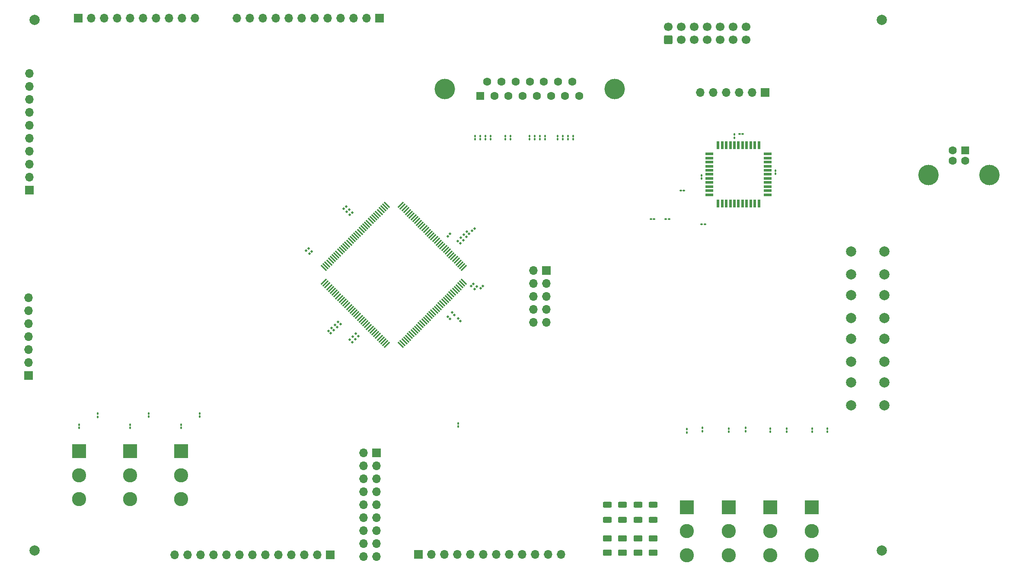
<source format=gbr>
%TF.GenerationSoftware,KiCad,Pcbnew,7.0.1*%
%TF.CreationDate,2023-05-19T12:51:24+02:00*%
%TF.ProjectId,XilinxFPGADevelopmentBoard,58696c69-6e78-4465-9047-41446576656c,rev?*%
%TF.SameCoordinates,Original*%
%TF.FileFunction,Soldermask,Top*%
%TF.FilePolarity,Negative*%
%FSLAX46Y46*%
G04 Gerber Fmt 4.6, Leading zero omitted, Abs format (unit mm)*
G04 Created by KiCad (PCBNEW 7.0.1) date 2023-05-19 12:51:24*
%MOMM*%
%LPD*%
G01*
G04 APERTURE LIST*
G04 Aperture macros list*
%AMRoundRect*
0 Rectangle with rounded corners*
0 $1 Rounding radius*
0 $2 $3 $4 $5 $6 $7 $8 $9 X,Y pos of 4 corners*
0 Add a 4 corners polygon primitive as box body*
4,1,4,$2,$3,$4,$5,$6,$7,$8,$9,$2,$3,0*
0 Add four circle primitives for the rounded corners*
1,1,$1+$1,$2,$3*
1,1,$1+$1,$4,$5*
1,1,$1+$1,$6,$7*
1,1,$1+$1,$8,$9*
0 Add four rect primitives between the rounded corners*
20,1,$1+$1,$2,$3,$4,$5,0*
20,1,$1+$1,$4,$5,$6,$7,0*
20,1,$1+$1,$6,$7,$8,$9,0*
20,1,$1+$1,$8,$9,$2,$3,0*%
G04 Aperture macros list end*
%ADD10RoundRect,0.100000X0.100000X-0.130000X0.100000X0.130000X-0.100000X0.130000X-0.100000X-0.130000X0*%
%ADD11RoundRect,0.100000X-0.021213X-0.162635X0.162635X0.021213X0.021213X0.162635X-0.162635X-0.021213X0*%
%ADD12RoundRect,0.250000X-0.625000X0.312500X-0.625000X-0.312500X0.625000X-0.312500X0.625000X0.312500X0*%
%ADD13C,2.000000*%
%ADD14R,1.700000X1.700000*%
%ADD15O,1.700000X1.700000*%
%ADD16RoundRect,0.100000X0.130000X0.100000X-0.130000X0.100000X-0.130000X-0.100000X0.130000X-0.100000X0*%
%ADD17RoundRect,0.100000X0.162635X-0.021213X-0.021213X0.162635X-0.162635X0.021213X0.021213X-0.162635X0*%
%ADD18RoundRect,0.100000X-0.162635X0.021213X0.021213X-0.162635X0.162635X-0.021213X-0.021213X0.162635X0*%
%ADD19RoundRect,0.100000X-0.130000X-0.100000X0.130000X-0.100000X0.130000X0.100000X-0.130000X0.100000X0*%
%ADD20RoundRect,0.100000X-0.100000X0.130000X-0.100000X-0.130000X0.100000X-0.130000X0.100000X0.130000X0*%
%ADD21R,2.775000X2.775000*%
%ADD22C,2.775000*%
%ADD23C,4.000000*%
%ADD24R,1.600000X1.600000*%
%ADD25C,1.600000*%
%ADD26RoundRect,0.250000X0.625000X-0.375000X0.625000X0.375000X-0.625000X0.375000X-0.625000X-0.375000X0*%
%ADD27RoundRect,0.100000X0.021213X0.162635X-0.162635X-0.021213X-0.021213X-0.162635X0.162635X0.021213X0*%
%ADD28R,1.500000X0.550000*%
%ADD29R,0.550000X1.500000*%
%ADD30RoundRect,0.011200X-0.602879X0.420729X0.420729X-0.602879X0.602879X-0.420729X-0.420729X0.602879X0*%
%ADD31RoundRect,0.011200X-0.420729X-0.602879X0.602879X0.420729X0.420729X0.602879X-0.602879X-0.420729X0*%
%ADD32RoundRect,0.250000X0.600000X-0.600000X0.600000X0.600000X-0.600000X0.600000X-0.600000X-0.600000X0*%
%ADD33C,1.700000*%
G04 APERTURE END LIST*
D10*
%TO.C,RB3*%
X175490000Y-75429669D03*
X175490000Y-74789669D03*
%TD*%
D11*
%TO.C,RZ2*%
X159173726Y-104750000D03*
X159626274Y-104297452D03*
%TD*%
D10*
%TO.C,RB0*%
X177490000Y-75429669D03*
X177490000Y-74789669D03*
%TD*%
%TO.C,RB1*%
X178490000Y-75429669D03*
X178490000Y-74789669D03*
%TD*%
%TO.C,RSYNC2*%
X166240000Y-75429669D03*
X166240000Y-74789669D03*
%TD*%
D12*
%TO.C,R1*%
X185200000Y-147042000D03*
X185200000Y-149967000D03*
%TD*%
D10*
%TO.C,R8*%
X81760000Y-131970000D03*
X81760000Y-131330000D03*
%TD*%
D13*
%TO.C,Button3*%
X239450000Y-110500000D03*
X232950000Y-110500000D03*
X239450000Y-106000000D03*
X232950000Y-106000000D03*
%TD*%
D10*
%TO.C,RR2*%
X160315000Y-75429669D03*
X160315000Y-74789669D03*
%TD*%
D14*
%TO.C,J5*%
X140575000Y-51700000D03*
D15*
X138035000Y-51700000D03*
X135495000Y-51700000D03*
X132955000Y-51700000D03*
X130415000Y-51700000D03*
X127875000Y-51700000D03*
X125335000Y-51700000D03*
X122795000Y-51700000D03*
X120255000Y-51700000D03*
X117715000Y-51700000D03*
X115175000Y-51700000D03*
X112635000Y-51700000D03*
%TD*%
D16*
%TO.C,R19*%
X197290000Y-91060000D03*
X196650000Y-91060000D03*
%TD*%
D17*
%TO.C,C19*%
X131026274Y-113426274D03*
X130573726Y-112973726D03*
%TD*%
D14*
%TO.C,J12*%
X140000000Y-136840000D03*
D15*
X137460000Y-136840000D03*
X140000000Y-139380000D03*
X137460000Y-139380000D03*
X140000000Y-141920000D03*
X137460000Y-141920000D03*
X140000000Y-144460000D03*
X137460000Y-144460000D03*
X140000000Y-147000000D03*
X137460000Y-147000000D03*
X140000000Y-149540000D03*
X137460000Y-149540000D03*
X140000000Y-152080000D03*
X137460000Y-152080000D03*
X140000000Y-154620000D03*
X137460000Y-154620000D03*
X140000000Y-157160000D03*
X137460000Y-157160000D03*
%TD*%
D13*
%TO.C,H1*%
X73000000Y-52000000D03*
%TD*%
D10*
%TO.C,R12*%
X156000000Y-131720000D03*
X156000000Y-131080000D03*
%TD*%
D17*
%TO.C,C5*%
X135816274Y-114586274D03*
X135363726Y-114133726D03*
%TD*%
D11*
%TO.C,C9*%
X158733726Y-93386274D03*
X159186274Y-92933726D03*
%TD*%
D18*
%TO.C,RZ1*%
X157685822Y-93485822D03*
X158138370Y-93938370D03*
%TD*%
D11*
%TO.C,C15*%
X153973726Y-94426274D03*
X154426274Y-93973726D03*
%TD*%
D19*
%TO.C,R11*%
X203680000Y-92100000D03*
X204320000Y-92100000D03*
%TD*%
D13*
%TO.C,H2*%
X239000000Y-52000000D03*
%TD*%
%TO.C,Button2*%
X239450000Y-119050000D03*
X232950000Y-119050000D03*
X239450000Y-114550000D03*
X232950000Y-114550000D03*
%TD*%
%TO.C,H3*%
X73000000Y-156000000D03*
%TD*%
D18*
%TO.C,C2*%
X155929774Y-95374774D03*
X156382322Y-95827322D03*
%TD*%
D10*
%TO.C,RG1*%
X172990000Y-75429669D03*
X172990000Y-74789669D03*
%TD*%
D20*
%TO.C,R28*%
X212322733Y-131970500D03*
X212322733Y-132610500D03*
%TD*%
D21*
%TO.C,SW1*%
X81760000Y-136550000D03*
D22*
X81760000Y-141250000D03*
X81760000Y-145950000D03*
%TD*%
D23*
%TO.C,J2*%
X186660000Y-65545000D03*
X153360000Y-65545000D03*
D24*
X160315000Y-66965000D03*
D25*
X163085000Y-66965000D03*
X165855000Y-66965000D03*
X168625000Y-66965000D03*
X171395000Y-66965000D03*
X174165000Y-66965000D03*
X176935000Y-66965000D03*
X179705000Y-66965000D03*
X161700000Y-64125000D03*
X164470000Y-64125000D03*
X167240000Y-64125000D03*
X170010000Y-64125000D03*
X172780000Y-64125000D03*
X175550000Y-64125000D03*
X178320000Y-64125000D03*
%TD*%
D18*
%TO.C,C18*%
X131826274Y-111826274D03*
X132278822Y-112278822D03*
%TD*%
D21*
%TO.C,SW9*%
X208972733Y-147530000D03*
D22*
X208972733Y-152230000D03*
X208972733Y-156930000D03*
%TD*%
D11*
%TO.C,C10*%
X126829774Y-97870226D03*
X127282322Y-97417678D03*
%TD*%
D10*
%TO.C,RG0*%
X171990000Y-75429669D03*
X171990000Y-74789669D03*
%TD*%
D11*
%TO.C,C12*%
X158523726Y-104226274D03*
X158976274Y-103773726D03*
%TD*%
D18*
%TO.C,RZ3*%
X131200000Y-112400000D03*
X131652548Y-112852548D03*
%TD*%
D20*
%TO.C,R20*%
X228322733Y-132110500D03*
X228322733Y-132750500D03*
%TD*%
D14*
%TO.C,J8*%
X81600000Y-51675000D03*
D15*
X84140000Y-51675000D03*
X86680000Y-51675000D03*
X89220000Y-51675000D03*
X91760000Y-51675000D03*
X94300000Y-51675000D03*
X96840000Y-51675000D03*
X99380000Y-51675000D03*
X101920000Y-51675000D03*
X104460000Y-51675000D03*
%TD*%
D26*
%TO.C,D1*%
X185210000Y-156439500D03*
X185210000Y-153639500D03*
%TD*%
D11*
%TO.C,C7*%
X134773726Y-90226274D03*
X135226274Y-89773726D03*
%TD*%
D14*
%TO.C,J4*%
X216150000Y-66300000D03*
D15*
X213610000Y-66300000D03*
X211070000Y-66300000D03*
X208530000Y-66300000D03*
X205990000Y-66300000D03*
X203450000Y-66300000D03*
%TD*%
D26*
%TO.C,D2*%
X188200000Y-156439500D03*
X188200000Y-153639500D03*
%TD*%
D10*
%TO.C,R27*%
X217122733Y-132750500D03*
X217122733Y-132110500D03*
%TD*%
D14*
%TO.C,J10*%
X173290000Y-101130000D03*
D15*
X170750000Y-101130000D03*
X173290000Y-103670000D03*
X170750000Y-103670000D03*
X173290000Y-106210000D03*
X170750000Y-106210000D03*
X173290000Y-108750000D03*
X170750000Y-108750000D03*
X173290000Y-111290000D03*
X170750000Y-111290000D03*
%TD*%
D14*
%TO.C,J6*%
X71875000Y-121700000D03*
D15*
X71875000Y-119160000D03*
X71875000Y-116620000D03*
X71875000Y-114080000D03*
X71875000Y-111540000D03*
X71875000Y-109000000D03*
X71875000Y-106460000D03*
%TD*%
D27*
%TO.C,C28*%
X134026274Y-88573726D03*
X133573726Y-89026274D03*
%TD*%
D21*
%TO.C,SW8*%
X217122733Y-147530000D03*
D22*
X217122733Y-152230000D03*
X217122733Y-156930000D03*
%TD*%
D14*
%TO.C,J7*%
X72000000Y-85425000D03*
D15*
X72000000Y-82885000D03*
X72000000Y-80345000D03*
X72000000Y-77805000D03*
X72000000Y-75265000D03*
X72000000Y-72725000D03*
X72000000Y-70185000D03*
X72000000Y-67645000D03*
X72000000Y-65105000D03*
X72000000Y-62565000D03*
%TD*%
D28*
%TO.C,U2*%
X216600000Y-86300000D03*
X216600000Y-85500000D03*
X216600000Y-84700000D03*
X216600000Y-83900000D03*
X216600000Y-83100000D03*
X216600000Y-82300000D03*
X216600000Y-81500000D03*
X216600000Y-80700000D03*
X216600000Y-79900000D03*
X216600000Y-79100000D03*
X216600000Y-78300000D03*
D29*
X214900000Y-76600000D03*
X214100000Y-76600000D03*
X213300000Y-76600000D03*
X212500000Y-76600000D03*
X211700000Y-76600000D03*
X210900000Y-76600000D03*
X210100000Y-76600000D03*
X209300000Y-76600000D03*
X208500000Y-76600000D03*
X207700000Y-76600000D03*
X206900000Y-76600000D03*
D28*
X205200000Y-78300000D03*
X205200000Y-79100000D03*
X205200000Y-79900000D03*
X205200000Y-80700000D03*
X205200000Y-81500000D03*
X205200000Y-82300000D03*
X205200000Y-83100000D03*
X205200000Y-83900000D03*
X205200000Y-84700000D03*
X205200000Y-85500000D03*
X205200000Y-86300000D03*
D29*
X206900000Y-88000000D03*
X207700000Y-88000000D03*
X208500000Y-88000000D03*
X209300000Y-88000000D03*
X210100000Y-88000000D03*
X210900000Y-88000000D03*
X211700000Y-88000000D03*
X212500000Y-88000000D03*
X213300000Y-88000000D03*
X214100000Y-88000000D03*
X214900000Y-88000000D03*
%TD*%
D20*
%TO.C,R30*%
X203822733Y-131970500D03*
X203822733Y-132610500D03*
%TD*%
D10*
%TO.C,RR0*%
X162315000Y-75429669D03*
X162315000Y-74789669D03*
%TD*%
D14*
%TO.C,J11*%
X148230000Y-156790000D03*
D15*
X150770000Y-156790000D03*
X153310000Y-156790000D03*
X155850000Y-156790000D03*
X158390000Y-156790000D03*
X160930000Y-156790000D03*
X163470000Y-156790000D03*
X166010000Y-156790000D03*
X168550000Y-156790000D03*
X171090000Y-156790000D03*
X173630000Y-156790000D03*
X176170000Y-156790000D03*
%TD*%
D17*
%TO.C,C4*%
X156426274Y-111026274D03*
X155973726Y-110573726D03*
%TD*%
D18*
%TO.C,C11*%
X156529774Y-94729774D03*
X156982322Y-95182322D03*
%TD*%
D10*
%TO.C,R25*%
X225322733Y-132750500D03*
X225322733Y-132110500D03*
%TD*%
D26*
%TO.C,D3*%
X191250000Y-156439500D03*
X191250000Y-153639500D03*
%TD*%
D18*
%TO.C,C3*%
X154773726Y-109373726D03*
X155226274Y-109826274D03*
%TD*%
D20*
%TO.C,R26*%
X220322733Y-132110500D03*
X220322733Y-132750500D03*
%TD*%
D21*
%TO.C,SW7*%
X225272733Y-147530000D03*
D22*
X225272733Y-152230000D03*
X225272733Y-156930000D03*
%TD*%
D13*
%TO.C,H4*%
X239000000Y-156000000D03*
%TD*%
D20*
%TO.C,R6*%
X85360000Y-129180000D03*
X85360000Y-129820000D03*
%TD*%
D16*
%TO.C,C21*%
X211720000Y-74400000D03*
X211080000Y-74400000D03*
%TD*%
D20*
%TO.C,R9*%
X210100000Y-74480000D03*
X210100000Y-75120000D03*
%TD*%
D12*
%TO.C,R4*%
X194200000Y-147042000D03*
X194200000Y-149967000D03*
%TD*%
D18*
%TO.C,C1*%
X157112096Y-94112096D03*
X157564644Y-94564644D03*
%TD*%
D24*
%TO.C,J3*%
X255340000Y-77610000D03*
D25*
X252840000Y-77610000D03*
X252840000Y-79610000D03*
X255340000Y-79610000D03*
D23*
X260090000Y-82470000D03*
X248090000Y-82470000D03*
%TD*%
D21*
%TO.C,SW10*%
X200822733Y-147530000D03*
D22*
X200822733Y-152230000D03*
X200822733Y-156930000D03*
%TD*%
D13*
%TO.C,Button4*%
X239450000Y-101950000D03*
X232950000Y-101950000D03*
X239450000Y-97450000D03*
X232950000Y-97450000D03*
%TD*%
D11*
%TO.C,RZ4*%
X134173726Y-89626274D03*
X134626274Y-89173726D03*
%TD*%
D21*
%TO.C,SW3*%
X101760000Y-136550000D03*
D22*
X101760000Y-141250000D03*
X101760000Y-145950000D03*
%TD*%
D30*
%TO.C,U1*%
X142042355Y-88267986D03*
X141688802Y-88621540D03*
X141335248Y-88975093D03*
X140981695Y-89328646D03*
X140628141Y-89682200D03*
X140274588Y-90035753D03*
X139921035Y-90389307D03*
X139567481Y-90742860D03*
X139213928Y-91096413D03*
X138860374Y-91449967D03*
X138506821Y-91803520D03*
X138153268Y-92157074D03*
X137799714Y-92510627D03*
X137446161Y-92864180D03*
X137092608Y-93217734D03*
X136739054Y-93571287D03*
X136385501Y-93924841D03*
X136031947Y-94278394D03*
X135678394Y-94631947D03*
X135324841Y-94985501D03*
X134971287Y-95339054D03*
X134617734Y-95692608D03*
X134264180Y-96046161D03*
X133910627Y-96399714D03*
X133557074Y-96753268D03*
X133203520Y-97106821D03*
X132849967Y-97460374D03*
X132496413Y-97813928D03*
X132142860Y-98167481D03*
X131789307Y-98521035D03*
X131435753Y-98874588D03*
X131082200Y-99228141D03*
X130728646Y-99581695D03*
X130375093Y-99935248D03*
X130021540Y-100288802D03*
X129667986Y-100642355D03*
D31*
X129667986Y-103357645D03*
X130021540Y-103711198D03*
X130375093Y-104064752D03*
X130728646Y-104418305D03*
X131082200Y-104771859D03*
X131435753Y-105125412D03*
X131789307Y-105478965D03*
X132142860Y-105832519D03*
X132496413Y-106186072D03*
X132849967Y-106539626D03*
X133203520Y-106893179D03*
X133557074Y-107246732D03*
X133910627Y-107600286D03*
X134264180Y-107953839D03*
X134617734Y-108307392D03*
X134971287Y-108660946D03*
X135324841Y-109014499D03*
X135678394Y-109368053D03*
X136031947Y-109721606D03*
X136385501Y-110075159D03*
X136739054Y-110428713D03*
X137092608Y-110782266D03*
X137446161Y-111135820D03*
X137799714Y-111489373D03*
X138153268Y-111842926D03*
X138506821Y-112196480D03*
X138860374Y-112550033D03*
X139213928Y-112903587D03*
X139567481Y-113257140D03*
X139921035Y-113610693D03*
X140274588Y-113964247D03*
X140628141Y-114317800D03*
X140981695Y-114671354D03*
X141335248Y-115024907D03*
X141688802Y-115378460D03*
X142042355Y-115732014D03*
D30*
X144757645Y-115732014D03*
X145111198Y-115378460D03*
X145464752Y-115024907D03*
X145818305Y-114671354D03*
X146171859Y-114317800D03*
X146525412Y-113964247D03*
X146878965Y-113610693D03*
X147232519Y-113257140D03*
X147586072Y-112903587D03*
X147939626Y-112550033D03*
X148293179Y-112196480D03*
X148646732Y-111842926D03*
X149000286Y-111489373D03*
X149353839Y-111135820D03*
X149707392Y-110782266D03*
X150060946Y-110428713D03*
X150414499Y-110075159D03*
X150768053Y-109721606D03*
X151121606Y-109368053D03*
X151475159Y-109014499D03*
X151828713Y-108660946D03*
X152182266Y-108307392D03*
X152535820Y-107953839D03*
X152889373Y-107600286D03*
X153242926Y-107246732D03*
X153596480Y-106893179D03*
X153950033Y-106539626D03*
X154303587Y-106186072D03*
X154657140Y-105832519D03*
X155010693Y-105478965D03*
X155364247Y-105125412D03*
X155717800Y-104771859D03*
X156071354Y-104418305D03*
X156424907Y-104064752D03*
X156778460Y-103711198D03*
X157132014Y-103357645D03*
D31*
X157132014Y-100642355D03*
X156778460Y-100288802D03*
X156424907Y-99935248D03*
X156071354Y-99581695D03*
X155717800Y-99228141D03*
X155364247Y-98874588D03*
X155010693Y-98521035D03*
X154657140Y-98167481D03*
X154303587Y-97813928D03*
X153950033Y-97460374D03*
X153596480Y-97106821D03*
X153242926Y-96753268D03*
X152889373Y-96399714D03*
X152535820Y-96046161D03*
X152182266Y-95692608D03*
X151828713Y-95339054D03*
X151475159Y-94985501D03*
X151121606Y-94631947D03*
X150768053Y-94278394D03*
X150414499Y-93924841D03*
X150060946Y-93571287D03*
X149707392Y-93217734D03*
X149353839Y-92864180D03*
X149000286Y-92510627D03*
X148646732Y-92157074D03*
X148293179Y-91803520D03*
X147939626Y-91449967D03*
X147586072Y-91096413D03*
X147232519Y-90742860D03*
X146878965Y-90389307D03*
X146525412Y-90035753D03*
X146171859Y-89682200D03*
X145818305Y-89328646D03*
X145464752Y-88975093D03*
X145111198Y-88621540D03*
X144757645Y-88267986D03*
%TD*%
D19*
%TO.C,D9*%
X193745000Y-91060000D03*
X194385000Y-91060000D03*
%TD*%
D32*
%TO.C,J1*%
X197180000Y-55952500D03*
D33*
X197180000Y-53412500D03*
X199720000Y-55952500D03*
X199720000Y-53412500D03*
X202260000Y-55952500D03*
X202260000Y-53412500D03*
X204800000Y-55952500D03*
X204800000Y-53412500D03*
X207340000Y-55952500D03*
X207340000Y-53412500D03*
X209880000Y-55952500D03*
X209880000Y-53412500D03*
X212420000Y-55952500D03*
X212420000Y-53412500D03*
%TD*%
D20*
%TO.C,C22*%
X218100000Y-81580000D03*
X218100000Y-82220000D03*
%TD*%
D11*
%TO.C,C13*%
X126229774Y-97270226D03*
X126682322Y-96817678D03*
%TD*%
D21*
%TO.C,SW2*%
X91760000Y-136550000D03*
D22*
X91760000Y-141250000D03*
X91760000Y-145950000D03*
%TD*%
D10*
%TO.C,R29*%
X209022733Y-132750500D03*
X209022733Y-132110500D03*
%TD*%
D20*
%TO.C,R5*%
X105360000Y-129130000D03*
X105360000Y-129770000D03*
%TD*%
D10*
%TO.C,RG2*%
X170990000Y-75429669D03*
X170990000Y-74789669D03*
%TD*%
%TO.C,R14*%
X101760000Y-131970000D03*
X101760000Y-131330000D03*
%TD*%
D14*
%TO.C,J9*%
X130950000Y-156860000D03*
D15*
X128410000Y-156860000D03*
X125870000Y-156860000D03*
X123330000Y-156860000D03*
X120790000Y-156860000D03*
X118250000Y-156860000D03*
X115710000Y-156860000D03*
X113170000Y-156860000D03*
X110630000Y-156860000D03*
X108090000Y-156860000D03*
X105550000Y-156860000D03*
X103010000Y-156860000D03*
X100470000Y-156860000D03*
%TD*%
D12*
%TO.C,R2*%
X188200000Y-147042000D03*
X188200000Y-149967000D03*
%TD*%
D11*
%TO.C,C14*%
X160373726Y-104626274D03*
X160826274Y-104173726D03*
%TD*%
D10*
%TO.C,R31*%
X200822733Y-132860500D03*
X200822733Y-132220500D03*
%TD*%
%TO.C,R13*%
X91760000Y-131970000D03*
X91760000Y-131330000D03*
%TD*%
D17*
%TO.C,C8*%
X136416274Y-113986274D03*
X135963726Y-113533726D03*
%TD*%
D10*
%TO.C,C20*%
X203700000Y-83120000D03*
X203700000Y-82480000D03*
%TD*%
%TO.C,RR1*%
X161315000Y-75429669D03*
X161315000Y-74789669D03*
%TD*%
D20*
%TO.C,R7*%
X95360000Y-129130000D03*
X95360000Y-129770000D03*
%TD*%
D18*
%TO.C,C16*%
X153973726Y-110173726D03*
X154426274Y-110626274D03*
%TD*%
D10*
%TO.C,RB2*%
X176490000Y-75429669D03*
X176490000Y-74789669D03*
%TD*%
D26*
%TO.C,D4*%
X194200000Y-156439500D03*
X194200000Y-153639500D03*
%TD*%
D10*
%TO.C,RG3*%
X169990000Y-75429669D03*
X169990000Y-74789669D03*
%TD*%
D17*
%TO.C,C6*%
X135216274Y-115186274D03*
X134763726Y-114733726D03*
%TD*%
D10*
%TO.C,RSYNC1*%
X165240000Y-75429669D03*
X165240000Y-74789669D03*
%TD*%
%TO.C,RR3*%
X159315000Y-75429669D03*
X159315000Y-74789669D03*
%TD*%
D18*
%TO.C,C17*%
X132473726Y-111200000D03*
X132926274Y-111652548D03*
%TD*%
D13*
%TO.C,Button1*%
X239450000Y-127600000D03*
X232950000Y-127600000D03*
X239450000Y-123100000D03*
X232950000Y-123100000D03*
%TD*%
D16*
%TO.C,R10*%
X200220000Y-85500000D03*
X199580000Y-85500000D03*
%TD*%
D12*
%TO.C,R3*%
X191250000Y-147042000D03*
X191250000Y-149967000D03*
%TD*%
M02*

</source>
